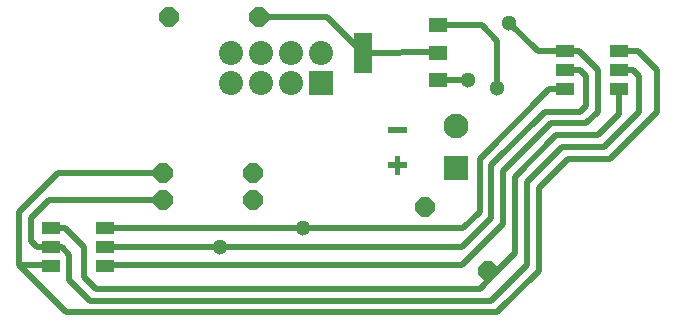
<source format=gbr>
G04 --- HEADER BEGIN --- *
G04 #@! TF.GenerationSoftware,LibrePCB,LibrePCB,0.1.7*
G04 #@! TF.CreationDate,2023-12-20T12:02:32*
G04 #@! TF.ProjectId,CRi-CRi Buzzer,ec579d49-da22-4424-9e15-187340a51fe6,v1*
G04 #@! TF.Part,Single*
G04 #@! TF.SameCoordinates*
G04 #@! TF.FileFunction,Copper,L1,Top*
G04 #@! TF.FilePolarity,Positive*
%FSLAX66Y66*%
%MOMM*%
G01*
G75*
G04 --- HEADER END --- *
G04 --- APERTURE LIST BEGIN --- *
G04 #@! TA.AperFunction,SMDPad,CuDef*
%ADD10R,1.6X1.1*%
G04 #@! TA.AperFunction,ComponentPad*
%AMROTATEDOCTAGON11*4,1,8,0.8128,0.336673,0.336673,0.8128,-0.336673,0.8128,-0.8128,0.336673,-0.8128,-0.336673,-0.336673,-0.8128,0.336673,-0.8128,0.8128,-0.336673,0.8128,0.336673,0.0*%
%ADD11ROTATEDOCTAGON11*%
%ADD12R,2.1X2.1*%
%ADD13C,2.1*%
G04 #@! TA.AperFunction,SMDPad,CuDef*
%ADD14R,1.6X1.2*%
%ADD15R,1.6X3.5*%
G04 #@! TA.AperFunction,ComponentPad*
%ADD16C,2.04*%
%ADD17R,2.04X2.04*%
G04 #@! TA.AperFunction,ViaPad*
%ADD18C,1.3*%
G04 #@! TA.AperFunction,Conductor*
%ADD19C,0.5*%
%ADD20C,0.0*%
%ADD21C,0.01*%
G04 #@! TD*
G04 --- APERTURE LIST END --- *
G04 --- BOARD BEGIN --- *
D10*
G04 #@! TO.N,N6*
G04 #@! TO.C,LED2*
G04 #@! TO.P,LED2,4,G-*
X-19200000Y-9100000D03*
G04 #@! TO.N,N5*
G04 #@! TO.P,LED2,5,R-*
X-19200000Y-7500000D03*
G04 #@! TO.N,N7*
G04 #@! TO.P,LED2,6,B-*
X-19200000Y-5900000D03*
G04 #@! TO.N,N3*
G04 #@! TO.P,LED2,3,G+*
X-23800000Y-9100000D03*
G04 #@! TO.N,N4*
G04 #@! TO.P,LED2,1,B+*
X-23800000Y-5900000D03*
G04 #@! TO.N,N2*
G04 #@! TO.P,LED2,2,R+*
X-23800000Y-7500000D03*
D11*
G04 #@! TO.N,N9*
G04 #@! TO.C,R4*
G04 #@! TO.P,R4,2,2*
X-13810000Y12000000D03*
G04 #@! TO.N,N1*
G04 #@! TO.P,R4,1,1*
X-6190000Y12000000D03*
G04 #@! TO.N,VCC*
G04 #@! TO.C,R1*
G04 #@! TO.P,R1,2,2*
X-6690000Y-3500000D03*
G04 #@! TO.N,N2*
G04 #@! TO.P,R1,1,1*
X-14310000Y-3500000D03*
D12*
G04 #@! TO.N,VCC*
G04 #@! TO.C,J1*
G04 #@! TO.P,J1,1,1*
X10500000Y-750000D03*
D13*
G04 #@! TO.N,GND*
G04 #@! TO.P,J1,2,2*
X10500000Y2750000D03*
D14*
G04 #@! TO.C,U1*
G04 #@! TO.P,U1,1,GND*
X9000000Y6700000D03*
D15*
G04 #@! TO.N,N1*
G04 #@! TO.P,U1,HS,OUT*
X2600000Y9000000D03*
D14*
G04 #@! TO.N,VCC*
G04 #@! TO.P,U1,3,IN*
X9000000Y11300000D03*
G04 #@! TO.N,N1*
G04 #@! TO.P,U1,2,OUT*
X9000000Y9000000D03*
D10*
G04 #@! TO.N,N6*
G04 #@! TO.C,LED1*
G04 #@! TO.P,LED1,4,G-*
X19700000Y9100000D03*
G04 #@! TO.N,N5*
G04 #@! TO.P,LED1,5,R-*
X19700000Y7500000D03*
G04 #@! TO.N,N7*
G04 #@! TO.P,LED1,6,B-*
X19700000Y5900000D03*
G04 #@! TO.N,N3*
G04 #@! TO.P,LED1,3,G+*
X24300000Y9100000D03*
G04 #@! TO.N,N4*
G04 #@! TO.P,LED1,1,B+*
X24300000Y5900000D03*
G04 #@! TO.N,N2*
G04 #@! TO.P,LED1,2,R+*
X24300000Y7500000D03*
D11*
G04 #@! TO.N,VCC*
G04 #@! TO.C,R3*
G04 #@! TO.P,R3,2,2*
X7855923Y-4105923D03*
G04 #@! TO.N,N4*
G04 #@! TO.P,R3,1,1*
X13244077Y-9494077D03*
G04 #@! TO.N,VCC*
G04 #@! TO.C,R2*
G04 #@! TO.P,R2,2,2*
X-6690000Y-1200000D03*
G04 #@! TO.N,N3*
G04 #@! TO.P,R2,1,1*
X-14310000Y-1200000D03*
D16*
G04 #@! TO.N,N/C*
G04 #@! TO.C,MCU1*
G04 #@! TO.P,MCU1,EN,EN*
X-3480000Y9000000D03*
G04 #@! TO.N,N7*
G04 #@! TO.P,MCU1,GPIO2,GPIO2*
X-3480000Y6460000D03*
D17*
G04 #@! TO.N,GND*
G04 #@! TO.P,MCU1,GND,GND*
X-940000Y6460000D03*
D16*
G04 #@! TO.N,N/C*
G04 #@! TO.P,MCU1,RST,RST*
X-6020000Y9000000D03*
G04 #@! TO.N,N5*
G04 #@! TO.P,MCU1,GPIO0/FLASH,FLASH/GPIO0*
X-6020000Y6460000D03*
G04 #@! TO.N,N9*
G04 #@! TO.P,MCU1,GPIO3/RX,RX/GPIO3*
X-8560000Y6460000D03*
G04 #@! TO.N,N1*
G04 #@! TO.P,MCU1,3V3,3V3*
X-8560000Y9000000D03*
G04 #@! TO.N,N6*
G04 #@! TO.P,MCU1,GPIO1/TX,TX/GPIO1*
X-940000Y9000000D03*
D18*
G04 #@! TD.C*
G04 #@! TD.P*
G04 #@! TO.N,VCC*
X14000000Y6000000D03*
D19*
X12700000Y11300000D02*
X14000000Y10000000D01*
X9000000Y11300000D02*
X12700000Y11300000D01*
X14000000Y6000000D02*
X14000000Y10000000D01*
G04 #@! TO.N,N4*
X15500000Y-1500000D02*
X19000000Y2000000D01*
X14000000Y-9500000D02*
X15500000Y-8000000D01*
X-21000000Y-10000000D02*
X-20000000Y-11000000D01*
X14000000Y-9500000D02*
X12500000Y-11000000D01*
X-21000000Y-10000000D02*
X-21000000Y-7500000D01*
X-20000000Y-11000000D02*
X12500000Y-11000000D01*
X22500000Y2000000D02*
X24300000Y3800000D01*
X15500000Y-8000000D02*
X15500000Y-1500000D01*
X-23800000Y-5900000D02*
X-23800000Y-5900000D01*
X-22600000Y-5900000D02*
X-21000000Y-7500000D01*
X14000000Y-9500000D02*
X13244077Y-9494077D01*
X19000000Y2000000D02*
X22500000Y2000000D01*
X-23800000Y-5900000D02*
X-22600000Y-5900000D01*
X24300000Y3800000D02*
X24300000Y5900000D01*
D18*
G04 #@! TO.N,N5*
X-9500000Y-7500000D03*
D19*
X19700000Y7500000D02*
X19700000Y7500000D01*
X-9500000Y-7500000D02*
X11000000Y-7500000D01*
X21500000Y4500000D02*
X21500000Y7000000D01*
X13500000Y-500000D02*
X18000000Y4000000D01*
X-9500000Y-7500000D02*
X-19200000Y-7500000D01*
X21000000Y4000000D02*
X18000000Y4000000D01*
X21000000Y4000000D02*
X21500000Y4500000D01*
X13500000Y-500000D02*
X13500000Y-5000000D01*
X11000000Y-7500000D02*
X13500000Y-5000000D01*
X21500000Y7000000D02*
X21000000Y7500000D01*
X19700000Y7500000D02*
X21000000Y7500000D01*
D18*
G04 #@! TO.N,N7*
X-2500000Y-5900000D03*
D19*
X11100000Y-5900000D02*
X12500000Y-4500000D01*
X-2500000Y-5900000D02*
X11100000Y-5900000D01*
X12500000Y0D02*
X12500000Y-4500000D01*
X19700000Y5900000D02*
X18400000Y5900000D01*
X18400000Y5900000D02*
X12500000Y0D01*
X-2500000Y-5900000D02*
X-19200000Y-5900000D01*
G04 #@! TO.N,N1*
X8950000Y9050000D02*
X9000000Y9000000D01*
X-6190000Y12000000D02*
X-400000Y12000000D01*
X-400000Y12000000D02*
X2600000Y9000000D01*
X2600000Y9000000D02*
X8950000Y9050000D01*
D18*
G04 #@! TO.N,N6*
X15000000Y11500000D03*
D19*
X-19200000Y-9100000D02*
X-19100000Y-9000000D01*
X22500000Y7500000D02*
X20900000Y9100000D01*
X15000000Y11500000D02*
X17400000Y9100000D01*
X17400000Y9100000D02*
X19700000Y9100000D01*
X20900000Y9100000D02*
X19700000Y9100000D01*
X11000000Y-9000000D02*
X14500000Y-5500000D01*
X11000000Y-9000000D02*
X-19100000Y-9000000D01*
X14500000Y-1000000D02*
X14500000Y-5500000D01*
X21500000Y3000000D02*
X22500000Y4000000D01*
X21500000Y3000000D02*
X18500000Y3000000D01*
X22500000Y4000000D02*
X22500000Y7500000D01*
X14500000Y-1000000D02*
X18500000Y3000000D01*
D18*
G04 #@! TO.N,GND*
X11500000Y6700000D03*
D19*
X9000000Y6700000D02*
X11500000Y6700000D01*
X9000000Y6700000D02*
X9000000Y6700000D01*
G04 #@! TO.N,N3*
X-26500000Y-9000000D02*
X-22500000Y-13000000D01*
X20000000Y0D02*
X23500000Y0D01*
X23500000Y0D02*
X27500000Y4000000D01*
X-23200000Y-1200000D02*
X-14310000Y-1200000D01*
X14000000Y-13000000D02*
X17500000Y-9500000D01*
X-22500000Y-13000000D02*
X14000000Y-13000000D01*
X-23800000Y-9000000D02*
X-23800000Y-9100000D01*
X27500000Y7500000D02*
X25900000Y9100000D01*
X25900000Y9100000D02*
X24300000Y9100000D01*
X-26500000Y-9000000D02*
X-23800000Y-9000000D01*
X17500000Y-2500000D02*
X20000000Y0D01*
X27500000Y7500000D02*
X27500000Y4000000D01*
X17500000Y-9500000D02*
X17500000Y-2500000D01*
X-26500000Y-4500000D02*
X-23200000Y-1200000D01*
X-26500000Y-4500000D02*
X-26500000Y-9000000D01*
G04 #@! TO.N,N2*
X26000000Y7000000D02*
X25500000Y7500000D01*
X19500000Y1000000D02*
X23000000Y1000000D01*
X-22250000Y-10250000D02*
X-22250000Y-8150000D01*
X-25500000Y-7000000D02*
X-25000000Y-7500000D01*
X-23950000Y-3450000D02*
X-14310000Y-3500000D01*
X-22900000Y-7500000D02*
X-22250000Y-8150000D01*
X-25500000Y-5000000D02*
X-25500000Y-7000000D01*
X-23800000Y-7500000D02*
X-22900000Y-7500000D01*
X26000000Y4000000D02*
X26000000Y7000000D01*
X13500000Y-12000000D02*
X16500000Y-9000000D01*
X16500000Y-2000000D02*
X19500000Y1000000D01*
X-23800000Y-7500000D02*
X-25000000Y-7500000D01*
X-25500000Y-5000000D02*
X-23950000Y-3450000D01*
X-22250000Y-10250000D02*
X-20500000Y-12000000D01*
X23000000Y1000000D02*
X26000000Y4000000D01*
X24300000Y7500000D02*
X25500000Y7500000D01*
X16500000Y-9000000D02*
X16500000Y-2000000D01*
X-20500000Y-12000000D02*
X13500000Y-12000000D01*
D20*
G04 #@! TO.N,*
X4750000Y2700000D02*
X6250000Y2700000D01*
X6250000Y2300000D01*
X4750000Y2300000D01*
X4750000Y2700000D01*
D21*
G04 #@! TA.AperFunction,Conductor*
G36*
X4750000Y2700000D02*
X6250000Y2700000D01*
X6250000Y2300000D01*
X4750000Y2300000D01*
X4750000Y2700000D01*
G37*
D20*
G04 #@! TD.AperFunction*
X4750000Y-300000D02*
X5300000Y-300000D01*
X5300000Y250000D01*
X5700000Y250000D01*
X5700000Y-300000D01*
X6250000Y-300000D01*
X6250000Y-700000D01*
X5700000Y-700000D01*
X5700000Y-1250000D01*
X5300000Y-1250000D01*
X5300000Y-700000D01*
X4750000Y-700000D01*
X4750000Y-300000D01*
D21*
G04 #@! TA.AperFunction,Conductor*
G36*
X4750000Y-300000D02*
X5300000Y-300000D01*
X5300000Y250000D01*
X5700000Y250000D01*
X5700000Y-300000D01*
X6250000Y-300000D01*
X6250000Y-700000D01*
X5700000Y-700000D01*
X5700000Y-1250000D01*
X5300000Y-1250000D01*
X5300000Y-700000D01*
X4750000Y-700000D01*
X4750000Y-300000D01*
G37*
G04 --- BOARD END --- *
G04 #@! TF.MD5,37148c5ba1e5e128484fa000e59ac5cd*
M02*

</source>
